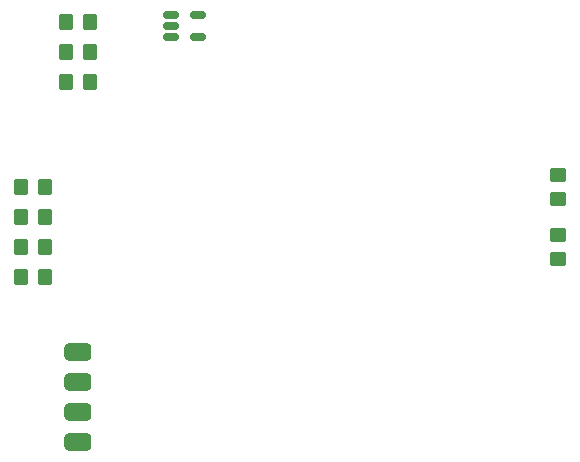
<source format=gbr>
%TF.GenerationSoftware,KiCad,Pcbnew,7.0.10*%
%TF.CreationDate,2024-05-09T12:15:42+09:00*%
%TF.ProjectId,yashica8,79617368-6963-4613-982e-6b696361645f,rev?*%
%TF.SameCoordinates,Original*%
%TF.FileFunction,Paste,Top*%
%TF.FilePolarity,Positive*%
%FSLAX46Y46*%
G04 Gerber Fmt 4.6, Leading zero omitted, Abs format (unit mm)*
G04 Created by KiCad (PCBNEW 7.0.10) date 2024-05-09 12:15:42*
%MOMM*%
%LPD*%
G01*
G04 APERTURE LIST*
G04 Aperture macros list*
%AMRoundRect*
0 Rectangle with rounded corners*
0 $1 Rounding radius*
0 $2 $3 $4 $5 $6 $7 $8 $9 X,Y pos of 4 corners*
0 Add a 4 corners polygon primitive as box body*
4,1,4,$2,$3,$4,$5,$6,$7,$8,$9,$2,$3,0*
0 Add four circle primitives for the rounded corners*
1,1,$1+$1,$2,$3*
1,1,$1+$1,$4,$5*
1,1,$1+$1,$6,$7*
1,1,$1+$1,$8,$9*
0 Add four rect primitives between the rounded corners*
20,1,$1+$1,$2,$3,$4,$5,0*
20,1,$1+$1,$4,$5,$6,$7,0*
20,1,$1+$1,$6,$7,$8,$9,0*
20,1,$1+$1,$8,$9,$2,$3,0*%
G04 Aperture macros list end*
%ADD10RoundRect,0.250000X-0.350000X-0.450000X0.350000X-0.450000X0.350000X0.450000X-0.350000X0.450000X0*%
%ADD11RoundRect,0.150000X-0.512500X-0.150000X0.512500X-0.150000X0.512500X0.150000X-0.512500X0.150000X0*%
%ADD12RoundRect,0.250000X-0.450000X0.350000X-0.450000X-0.350000X0.450000X-0.350000X0.450000X0.350000X0*%
%ADD13RoundRect,0.381000X-0.762000X-0.381000X0.762000X-0.381000X0.762000X0.381000X-0.762000X0.381000X0*%
%ADD14RoundRect,0.381000X0.762000X0.381000X-0.762000X0.381000X-0.762000X-0.381000X0.762000X-0.381000X0*%
G04 APERTURE END LIST*
D10*
%TO.C,R5*%
X-16860000Y16970000D03*
X-14860000Y16970000D03*
%TD*%
%TO.C,R7*%
X-16860000Y22050000D03*
X-14860000Y22050000D03*
%TD*%
D11*
%TO.C,U1*%
X-4165000Y39190000D03*
X-4165000Y38240000D03*
X-4165000Y37290000D03*
X-1890000Y37290000D03*
X-1890000Y39190000D03*
%TD*%
D10*
%TO.C,R2*%
X-13050000Y33480000D03*
X-11050000Y33480000D03*
%TD*%
%TO.C,R1*%
X-16860000Y24590000D03*
X-14860000Y24590000D03*
%TD*%
D12*
%TO.C,R8*%
X28590000Y20510000D03*
X28590000Y18510000D03*
%TD*%
D10*
%TO.C,R4*%
X-16860000Y19510000D03*
X-14860000Y19510000D03*
%TD*%
%TO.C,R6*%
X-13050000Y38560000D03*
X-11050000Y38560000D03*
%TD*%
D13*
%TO.C,U3*%
X-12050000Y10620000D03*
X-12050000Y8080000D03*
D14*
X-12050000Y5540000D03*
D13*
X-12050000Y3000000D03*
%TD*%
D10*
%TO.C,R3*%
X-13050000Y36020000D03*
X-11050000Y36020000D03*
%TD*%
D12*
%TO.C,R9*%
X28590000Y25590000D03*
X28590000Y23590000D03*
%TD*%
M02*

</source>
